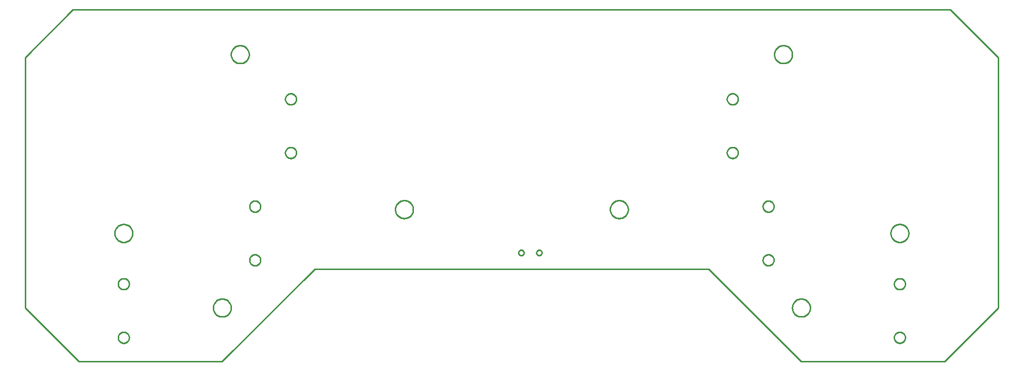
<source format=gbr>
G04 EAGLE Gerber RS-274X export*
G75*
%MOMM*%
%FSLAX34Y34*%
%LPD*%
%IN*%
%IPPOS*%
%AMOC8*
5,1,8,0,0,1.08239X$1,22.5*%
G01*
%ADD10C,0.254000*%


D10*
X-15000Y515000D02*
X75000Y425000D01*
X315000Y425000D01*
X470000Y580000D01*
X1130000Y580000D01*
X1285000Y425000D01*
X1525000Y425000D01*
X1615000Y515000D01*
X1615000Y935000D01*
X1535000Y1015000D01*
X65000Y1015000D01*
X-15000Y935000D01*
X-15000Y515000D01*
X1300000Y514464D02*
X1300000Y515536D01*
X1299924Y516604D01*
X1299771Y517665D01*
X1299543Y518712D01*
X1299241Y519740D01*
X1298867Y520744D01*
X1298422Y521719D01*
X1297908Y522659D01*
X1297329Y523560D01*
X1296687Y524418D01*
X1295985Y525228D01*
X1295228Y525985D01*
X1294418Y526687D01*
X1293560Y527329D01*
X1292659Y527908D01*
X1291719Y528422D01*
X1290744Y528867D01*
X1289740Y529241D01*
X1288712Y529543D01*
X1287665Y529771D01*
X1286604Y529924D01*
X1285536Y530000D01*
X1284464Y530000D01*
X1283396Y529924D01*
X1282335Y529771D01*
X1281288Y529543D01*
X1280260Y529241D01*
X1279256Y528867D01*
X1278281Y528422D01*
X1277341Y527908D01*
X1276440Y527329D01*
X1275582Y526687D01*
X1274772Y525985D01*
X1274015Y525228D01*
X1273313Y524418D01*
X1272671Y523560D01*
X1272092Y522659D01*
X1271578Y521719D01*
X1271133Y520744D01*
X1270759Y519740D01*
X1270457Y518712D01*
X1270229Y517665D01*
X1270076Y516604D01*
X1270000Y515536D01*
X1270000Y514464D01*
X1270076Y513396D01*
X1270229Y512335D01*
X1270457Y511288D01*
X1270759Y510260D01*
X1271133Y509256D01*
X1271578Y508281D01*
X1272092Y507341D01*
X1272671Y506440D01*
X1273313Y505582D01*
X1274015Y504772D01*
X1274772Y504015D01*
X1275582Y503313D01*
X1276440Y502671D01*
X1277341Y502092D01*
X1278281Y501578D01*
X1279256Y501133D01*
X1280260Y500759D01*
X1281288Y500457D01*
X1282335Y500229D01*
X1283396Y500076D01*
X1284464Y500000D01*
X1285536Y500000D01*
X1286604Y500076D01*
X1287665Y500229D01*
X1288712Y500457D01*
X1289740Y500759D01*
X1290744Y501133D01*
X1291719Y501578D01*
X1292659Y502092D01*
X1293560Y502671D01*
X1294418Y503313D01*
X1295228Y504015D01*
X1295985Y504772D01*
X1296687Y505582D01*
X1297329Y506440D01*
X1297908Y507341D01*
X1298422Y508281D01*
X1298867Y509256D01*
X1299241Y510260D01*
X1299543Y511288D01*
X1299771Y512335D01*
X1299924Y513396D01*
X1300000Y514464D01*
X330000Y514464D02*
X330000Y515536D01*
X329924Y516604D01*
X329771Y517665D01*
X329543Y518712D01*
X329241Y519740D01*
X328867Y520744D01*
X328422Y521719D01*
X327908Y522659D01*
X327329Y523560D01*
X326687Y524418D01*
X325985Y525228D01*
X325228Y525985D01*
X324418Y526687D01*
X323560Y527329D01*
X322659Y527908D01*
X321719Y528422D01*
X320744Y528867D01*
X319740Y529241D01*
X318712Y529543D01*
X317665Y529771D01*
X316604Y529924D01*
X315536Y530000D01*
X314464Y530000D01*
X313396Y529924D01*
X312335Y529771D01*
X311288Y529543D01*
X310260Y529241D01*
X309256Y528867D01*
X308281Y528422D01*
X307341Y527908D01*
X306440Y527329D01*
X305582Y526687D01*
X304772Y525985D01*
X304015Y525228D01*
X303313Y524418D01*
X302671Y523560D01*
X302092Y522659D01*
X301578Y521719D01*
X301133Y520744D01*
X300759Y519740D01*
X300457Y518712D01*
X300229Y517665D01*
X300076Y516604D01*
X300000Y515536D01*
X300000Y514464D01*
X300076Y513396D01*
X300229Y512335D01*
X300457Y511288D01*
X300759Y510260D01*
X301133Y509256D01*
X301578Y508281D01*
X302092Y507341D01*
X302671Y506440D01*
X303313Y505582D01*
X304015Y504772D01*
X304772Y504015D01*
X305582Y503313D01*
X306440Y502671D01*
X307341Y502092D01*
X308281Y501578D01*
X309256Y501133D01*
X310260Y500759D01*
X311288Y500457D01*
X312335Y500229D01*
X313396Y500076D01*
X314464Y500000D01*
X315536Y500000D01*
X316604Y500076D01*
X317665Y500229D01*
X318712Y500457D01*
X319740Y500759D01*
X320744Y501133D01*
X321719Y501578D01*
X322659Y502092D01*
X323560Y502671D01*
X324418Y503313D01*
X325228Y504015D01*
X325985Y504772D01*
X326687Y505582D01*
X327329Y506440D01*
X327908Y507341D01*
X328422Y508281D01*
X328867Y509256D01*
X329241Y510260D01*
X329543Y511288D01*
X329771Y512335D01*
X329924Y513396D01*
X330000Y514464D01*
X165000Y639464D02*
X165000Y640536D01*
X164924Y641604D01*
X164771Y642665D01*
X164543Y643712D01*
X164241Y644740D01*
X163867Y645744D01*
X163422Y646719D01*
X162908Y647659D01*
X162329Y648560D01*
X161687Y649418D01*
X160985Y650228D01*
X160228Y650985D01*
X159418Y651687D01*
X158560Y652329D01*
X157659Y652908D01*
X156719Y653422D01*
X155744Y653867D01*
X154740Y654241D01*
X153712Y654543D01*
X152665Y654771D01*
X151604Y654924D01*
X150536Y655000D01*
X149464Y655000D01*
X148396Y654924D01*
X147335Y654771D01*
X146288Y654543D01*
X145260Y654241D01*
X144256Y653867D01*
X143281Y653422D01*
X142341Y652908D01*
X141440Y652329D01*
X140582Y651687D01*
X139772Y650985D01*
X139015Y650228D01*
X138313Y649418D01*
X137671Y648560D01*
X137092Y647659D01*
X136578Y646719D01*
X136133Y645744D01*
X135759Y644740D01*
X135457Y643712D01*
X135229Y642665D01*
X135076Y641604D01*
X135000Y640536D01*
X135000Y639464D01*
X135076Y638396D01*
X135229Y637335D01*
X135457Y636288D01*
X135759Y635260D01*
X136133Y634256D01*
X136578Y633281D01*
X137092Y632341D01*
X137671Y631440D01*
X138313Y630582D01*
X139015Y629772D01*
X139772Y629015D01*
X140582Y628313D01*
X141440Y627671D01*
X142341Y627092D01*
X143281Y626578D01*
X144256Y626133D01*
X145260Y625759D01*
X146288Y625457D01*
X147335Y625229D01*
X148396Y625076D01*
X149464Y625000D01*
X150536Y625000D01*
X151604Y625076D01*
X152665Y625229D01*
X153712Y625457D01*
X154740Y625759D01*
X155744Y626133D01*
X156719Y626578D01*
X157659Y627092D01*
X158560Y627671D01*
X159418Y628313D01*
X160228Y629015D01*
X160985Y629772D01*
X161687Y630582D01*
X162329Y631440D01*
X162908Y632341D01*
X163422Y633281D01*
X163867Y634256D01*
X164241Y635260D01*
X164543Y636288D01*
X164771Y637335D01*
X164924Y638396D01*
X165000Y639464D01*
X1465000Y639464D02*
X1465000Y640536D01*
X1464924Y641604D01*
X1464771Y642665D01*
X1464543Y643712D01*
X1464241Y644740D01*
X1463867Y645744D01*
X1463422Y646719D01*
X1462908Y647659D01*
X1462329Y648560D01*
X1461687Y649418D01*
X1460985Y650228D01*
X1460228Y650985D01*
X1459418Y651687D01*
X1458560Y652329D01*
X1457659Y652908D01*
X1456719Y653422D01*
X1455744Y653867D01*
X1454740Y654241D01*
X1453712Y654543D01*
X1452665Y654771D01*
X1451604Y654924D01*
X1450536Y655000D01*
X1449464Y655000D01*
X1448396Y654924D01*
X1447335Y654771D01*
X1446288Y654543D01*
X1445260Y654241D01*
X1444256Y653867D01*
X1443281Y653422D01*
X1442341Y652908D01*
X1441440Y652329D01*
X1440582Y651687D01*
X1439772Y650985D01*
X1439015Y650228D01*
X1438313Y649418D01*
X1437671Y648560D01*
X1437092Y647659D01*
X1436578Y646719D01*
X1436133Y645744D01*
X1435759Y644740D01*
X1435457Y643712D01*
X1435229Y642665D01*
X1435076Y641604D01*
X1435000Y640536D01*
X1435000Y639464D01*
X1435076Y638396D01*
X1435229Y637335D01*
X1435457Y636288D01*
X1435759Y635260D01*
X1436133Y634256D01*
X1436578Y633281D01*
X1437092Y632341D01*
X1437671Y631440D01*
X1438313Y630582D01*
X1439015Y629772D01*
X1439772Y629015D01*
X1440582Y628313D01*
X1441440Y627671D01*
X1442341Y627092D01*
X1443281Y626578D01*
X1444256Y626133D01*
X1445260Y625759D01*
X1446288Y625457D01*
X1447335Y625229D01*
X1448396Y625076D01*
X1449464Y625000D01*
X1450536Y625000D01*
X1451604Y625076D01*
X1452665Y625229D01*
X1453712Y625457D01*
X1454740Y625759D01*
X1455744Y626133D01*
X1456719Y626578D01*
X1457659Y627092D01*
X1458560Y627671D01*
X1459418Y628313D01*
X1460228Y629015D01*
X1460985Y629772D01*
X1461687Y630582D01*
X1462329Y631440D01*
X1462908Y632341D01*
X1463422Y633281D01*
X1463867Y634256D01*
X1464241Y635260D01*
X1464543Y636288D01*
X1464771Y637335D01*
X1464924Y638396D01*
X1465000Y639464D01*
X635000Y679464D02*
X635000Y680536D01*
X634924Y681604D01*
X634771Y682665D01*
X634543Y683712D01*
X634241Y684740D01*
X633867Y685744D01*
X633422Y686719D01*
X632908Y687659D01*
X632329Y688560D01*
X631687Y689418D01*
X630985Y690228D01*
X630228Y690985D01*
X629418Y691687D01*
X628560Y692329D01*
X627659Y692908D01*
X626719Y693422D01*
X625744Y693867D01*
X624740Y694241D01*
X623712Y694543D01*
X622665Y694771D01*
X621604Y694924D01*
X620536Y695000D01*
X619464Y695000D01*
X618396Y694924D01*
X617335Y694771D01*
X616288Y694543D01*
X615260Y694241D01*
X614256Y693867D01*
X613281Y693422D01*
X612341Y692908D01*
X611440Y692329D01*
X610582Y691687D01*
X609772Y690985D01*
X609015Y690228D01*
X608313Y689418D01*
X607671Y688560D01*
X607092Y687659D01*
X606578Y686719D01*
X606133Y685744D01*
X605759Y684740D01*
X605457Y683712D01*
X605229Y682665D01*
X605076Y681604D01*
X605000Y680536D01*
X605000Y679464D01*
X605076Y678396D01*
X605229Y677335D01*
X605457Y676288D01*
X605759Y675260D01*
X606133Y674256D01*
X606578Y673281D01*
X607092Y672341D01*
X607671Y671440D01*
X608313Y670582D01*
X609015Y669772D01*
X609772Y669015D01*
X610582Y668313D01*
X611440Y667671D01*
X612341Y667092D01*
X613281Y666578D01*
X614256Y666133D01*
X615260Y665759D01*
X616288Y665457D01*
X617335Y665229D01*
X618396Y665076D01*
X619464Y665000D01*
X620536Y665000D01*
X621604Y665076D01*
X622665Y665229D01*
X623712Y665457D01*
X624740Y665759D01*
X625744Y666133D01*
X626719Y666578D01*
X627659Y667092D01*
X628560Y667671D01*
X629418Y668313D01*
X630228Y669015D01*
X630985Y669772D01*
X631687Y670582D01*
X632329Y671440D01*
X632908Y672341D01*
X633422Y673281D01*
X633867Y674256D01*
X634241Y675260D01*
X634543Y676288D01*
X634771Y677335D01*
X634924Y678396D01*
X635000Y679464D01*
X995000Y679464D02*
X995000Y680536D01*
X994924Y681604D01*
X994771Y682665D01*
X994543Y683712D01*
X994241Y684740D01*
X993867Y685744D01*
X993422Y686719D01*
X992908Y687659D01*
X992329Y688560D01*
X991687Y689418D01*
X990985Y690228D01*
X990228Y690985D01*
X989418Y691687D01*
X988560Y692329D01*
X987659Y692908D01*
X986719Y693422D01*
X985744Y693867D01*
X984740Y694241D01*
X983712Y694543D01*
X982665Y694771D01*
X981604Y694924D01*
X980536Y695000D01*
X979464Y695000D01*
X978396Y694924D01*
X977335Y694771D01*
X976288Y694543D01*
X975260Y694241D01*
X974256Y693867D01*
X973281Y693422D01*
X972341Y692908D01*
X971440Y692329D01*
X970582Y691687D01*
X969772Y690985D01*
X969015Y690228D01*
X968313Y689418D01*
X967671Y688560D01*
X967092Y687659D01*
X966578Y686719D01*
X966133Y685744D01*
X965759Y684740D01*
X965457Y683712D01*
X965229Y682665D01*
X965076Y681604D01*
X965000Y680536D01*
X965000Y679464D01*
X965076Y678396D01*
X965229Y677335D01*
X965457Y676288D01*
X965759Y675260D01*
X966133Y674256D01*
X966578Y673281D01*
X967092Y672341D01*
X967671Y671440D01*
X968313Y670582D01*
X969015Y669772D01*
X969772Y669015D01*
X970582Y668313D01*
X971440Y667671D01*
X972341Y667092D01*
X973281Y666578D01*
X974256Y666133D01*
X975260Y665759D01*
X976288Y665457D01*
X977335Y665229D01*
X978396Y665076D01*
X979464Y665000D01*
X980536Y665000D01*
X981604Y665076D01*
X982665Y665229D01*
X983712Y665457D01*
X984740Y665759D01*
X985744Y666133D01*
X986719Y666578D01*
X987659Y667092D01*
X988560Y667671D01*
X989418Y668313D01*
X990228Y669015D01*
X990985Y669772D01*
X991687Y670582D01*
X992329Y671440D01*
X992908Y672341D01*
X993422Y673281D01*
X993867Y674256D01*
X994241Y675260D01*
X994543Y676288D01*
X994771Y677335D01*
X994924Y678396D01*
X995000Y679464D01*
X1270000Y939464D02*
X1270000Y940536D01*
X1269924Y941604D01*
X1269771Y942665D01*
X1269543Y943712D01*
X1269241Y944740D01*
X1268867Y945744D01*
X1268422Y946719D01*
X1267908Y947659D01*
X1267329Y948560D01*
X1266687Y949418D01*
X1265985Y950228D01*
X1265228Y950985D01*
X1264418Y951687D01*
X1263560Y952329D01*
X1262659Y952908D01*
X1261719Y953422D01*
X1260744Y953867D01*
X1259740Y954241D01*
X1258712Y954543D01*
X1257665Y954771D01*
X1256604Y954924D01*
X1255536Y955000D01*
X1254464Y955000D01*
X1253396Y954924D01*
X1252335Y954771D01*
X1251288Y954543D01*
X1250260Y954241D01*
X1249256Y953867D01*
X1248281Y953422D01*
X1247341Y952908D01*
X1246440Y952329D01*
X1245582Y951687D01*
X1244772Y950985D01*
X1244015Y950228D01*
X1243313Y949418D01*
X1242671Y948560D01*
X1242092Y947659D01*
X1241578Y946719D01*
X1241133Y945744D01*
X1240759Y944740D01*
X1240457Y943712D01*
X1240229Y942665D01*
X1240076Y941604D01*
X1240000Y940536D01*
X1240000Y939464D01*
X1240076Y938396D01*
X1240229Y937335D01*
X1240457Y936288D01*
X1240759Y935260D01*
X1241133Y934256D01*
X1241578Y933281D01*
X1242092Y932341D01*
X1242671Y931440D01*
X1243313Y930582D01*
X1244015Y929772D01*
X1244772Y929015D01*
X1245582Y928313D01*
X1246440Y927671D01*
X1247341Y927092D01*
X1248281Y926578D01*
X1249256Y926133D01*
X1250260Y925759D01*
X1251288Y925457D01*
X1252335Y925229D01*
X1253396Y925076D01*
X1254464Y925000D01*
X1255536Y925000D01*
X1256604Y925076D01*
X1257665Y925229D01*
X1258712Y925457D01*
X1259740Y925759D01*
X1260744Y926133D01*
X1261719Y926578D01*
X1262659Y927092D01*
X1263560Y927671D01*
X1264418Y928313D01*
X1265228Y929015D01*
X1265985Y929772D01*
X1266687Y930582D01*
X1267329Y931440D01*
X1267908Y932341D01*
X1268422Y933281D01*
X1268867Y934256D01*
X1269241Y935260D01*
X1269543Y936288D01*
X1269771Y937335D01*
X1269924Y938396D01*
X1270000Y939464D01*
X360000Y939464D02*
X360000Y940536D01*
X359924Y941604D01*
X359771Y942665D01*
X359543Y943712D01*
X359241Y944740D01*
X358867Y945744D01*
X358422Y946719D01*
X357908Y947659D01*
X357329Y948560D01*
X356687Y949418D01*
X355985Y950228D01*
X355228Y950985D01*
X354418Y951687D01*
X353560Y952329D01*
X352659Y952908D01*
X351719Y953422D01*
X350744Y953867D01*
X349740Y954241D01*
X348712Y954543D01*
X347665Y954771D01*
X346604Y954924D01*
X345536Y955000D01*
X344464Y955000D01*
X343396Y954924D01*
X342335Y954771D01*
X341288Y954543D01*
X340260Y954241D01*
X339256Y953867D01*
X338281Y953422D01*
X337341Y952908D01*
X336440Y952329D01*
X335582Y951687D01*
X334772Y950985D01*
X334015Y950228D01*
X333313Y949418D01*
X332671Y948560D01*
X332092Y947659D01*
X331578Y946719D01*
X331133Y945744D01*
X330759Y944740D01*
X330457Y943712D01*
X330229Y942665D01*
X330076Y941604D01*
X330000Y940536D01*
X330000Y939464D01*
X330076Y938396D01*
X330229Y937335D01*
X330457Y936288D01*
X330759Y935260D01*
X331133Y934256D01*
X331578Y933281D01*
X332092Y932341D01*
X332671Y931440D01*
X333313Y930582D01*
X334015Y929772D01*
X334772Y929015D01*
X335582Y928313D01*
X336440Y927671D01*
X337341Y927092D01*
X338281Y926578D01*
X339256Y926133D01*
X340260Y925759D01*
X341288Y925457D01*
X342335Y925229D01*
X343396Y925076D01*
X344464Y925000D01*
X345536Y925000D01*
X346604Y925076D01*
X347665Y925229D01*
X348712Y925457D01*
X349740Y925759D01*
X350744Y926133D01*
X351719Y926578D01*
X352659Y927092D01*
X353560Y927671D01*
X354418Y928313D01*
X355228Y929015D01*
X355985Y929772D01*
X356687Y930582D01*
X357329Y931440D01*
X357908Y932341D01*
X358422Y933281D01*
X358867Y934256D01*
X359241Y935260D01*
X359543Y936288D01*
X359771Y937335D01*
X359924Y938396D01*
X360000Y939464D01*
X841500Y607105D02*
X841577Y606520D01*
X841730Y605950D01*
X841955Y605405D01*
X842250Y604895D01*
X842609Y604427D01*
X843027Y604009D01*
X843495Y603650D01*
X844005Y603355D01*
X844550Y603130D01*
X845120Y602977D01*
X845705Y602900D01*
X846295Y602900D01*
X846880Y602977D01*
X847450Y603130D01*
X847995Y603355D01*
X848505Y603650D01*
X848973Y604009D01*
X849391Y604427D01*
X849750Y604895D01*
X850045Y605405D01*
X850270Y605950D01*
X850423Y606520D01*
X850500Y607105D01*
X850500Y607695D01*
X850423Y608280D01*
X850270Y608850D01*
X850045Y609395D01*
X849750Y609905D01*
X849391Y610373D01*
X848973Y610791D01*
X848505Y611150D01*
X847995Y611445D01*
X847450Y611670D01*
X846880Y611823D01*
X846295Y611900D01*
X845705Y611900D01*
X845120Y611823D01*
X844550Y611670D01*
X844005Y611445D01*
X843495Y611150D01*
X843027Y610791D01*
X842609Y610373D01*
X842250Y609905D01*
X841955Y609395D01*
X841730Y608850D01*
X841577Y608280D01*
X841500Y607695D01*
X841500Y607105D01*
X811500Y607105D02*
X811577Y606520D01*
X811730Y605950D01*
X811955Y605405D01*
X812250Y604895D01*
X812609Y604427D01*
X813027Y604009D01*
X813495Y603650D01*
X814005Y603355D01*
X814550Y603130D01*
X815120Y602977D01*
X815705Y602900D01*
X816295Y602900D01*
X816880Y602977D01*
X817450Y603130D01*
X817995Y603355D01*
X818505Y603650D01*
X818973Y604009D01*
X819391Y604427D01*
X819750Y604895D01*
X820045Y605405D01*
X820270Y605950D01*
X820423Y606520D01*
X820500Y607105D01*
X820500Y607695D01*
X820423Y608280D01*
X820270Y608850D01*
X820045Y609395D01*
X819750Y609905D01*
X819391Y610373D01*
X818973Y610791D01*
X818505Y611150D01*
X817995Y611445D01*
X817450Y611670D01*
X816880Y611823D01*
X816295Y611900D01*
X815705Y611900D01*
X815120Y611823D01*
X814550Y611670D01*
X814005Y611445D01*
X813495Y611150D01*
X813027Y610791D01*
X812609Y610373D01*
X812250Y609905D01*
X811955Y609395D01*
X811730Y608850D01*
X811577Y608280D01*
X811500Y607695D01*
X811500Y607105D01*
X159250Y554596D02*
X159180Y553791D01*
X159039Y552996D01*
X158830Y552216D01*
X158554Y551457D01*
X158213Y550725D01*
X157809Y550025D01*
X157346Y549364D01*
X156826Y548745D01*
X156255Y548174D01*
X155636Y547655D01*
X154975Y547191D01*
X154275Y546787D01*
X153543Y546446D01*
X152784Y546170D01*
X152004Y545961D01*
X151209Y545820D01*
X150404Y545750D01*
X149596Y545750D01*
X148791Y545820D01*
X147996Y545961D01*
X147216Y546170D01*
X146457Y546446D01*
X145725Y546787D01*
X145025Y547191D01*
X144364Y547655D01*
X143745Y548174D01*
X143174Y548745D01*
X142655Y549364D01*
X142191Y550025D01*
X141787Y550725D01*
X141446Y551457D01*
X141170Y552216D01*
X140961Y552996D01*
X140820Y553791D01*
X140750Y554596D01*
X140750Y555404D01*
X140820Y556209D01*
X140961Y557004D01*
X141170Y557784D01*
X141446Y558543D01*
X141787Y559275D01*
X142191Y559975D01*
X142655Y560636D01*
X143174Y561255D01*
X143745Y561826D01*
X144364Y562346D01*
X145025Y562809D01*
X145725Y563213D01*
X146457Y563554D01*
X147216Y563830D01*
X147996Y564039D01*
X148791Y564180D01*
X149596Y564250D01*
X150404Y564250D01*
X151209Y564180D01*
X152004Y564039D01*
X152784Y563830D01*
X153543Y563554D01*
X154275Y563213D01*
X154975Y562809D01*
X155636Y562346D01*
X156255Y561826D01*
X156826Y561255D01*
X157346Y560636D01*
X157809Y559975D01*
X158213Y559275D01*
X158554Y558543D01*
X158830Y557784D01*
X159039Y557004D01*
X159180Y556209D01*
X159250Y555404D01*
X159250Y554596D01*
X159250Y464596D02*
X159180Y463791D01*
X159039Y462996D01*
X158830Y462216D01*
X158554Y461457D01*
X158213Y460725D01*
X157809Y460025D01*
X157346Y459364D01*
X156826Y458745D01*
X156255Y458174D01*
X155636Y457655D01*
X154975Y457191D01*
X154275Y456787D01*
X153543Y456446D01*
X152784Y456170D01*
X152004Y455961D01*
X151209Y455820D01*
X150404Y455750D01*
X149596Y455750D01*
X148791Y455820D01*
X147996Y455961D01*
X147216Y456170D01*
X146457Y456446D01*
X145725Y456787D01*
X145025Y457191D01*
X144364Y457655D01*
X143745Y458174D01*
X143174Y458745D01*
X142655Y459364D01*
X142191Y460025D01*
X141787Y460725D01*
X141446Y461457D01*
X141170Y462216D01*
X140961Y462996D01*
X140820Y463791D01*
X140750Y464596D01*
X140750Y465404D01*
X140820Y466209D01*
X140961Y467004D01*
X141170Y467784D01*
X141446Y468543D01*
X141787Y469275D01*
X142191Y469975D01*
X142655Y470636D01*
X143174Y471255D01*
X143745Y471826D01*
X144364Y472346D01*
X145025Y472809D01*
X145725Y473213D01*
X146457Y473554D01*
X147216Y473830D01*
X147996Y474039D01*
X148791Y474180D01*
X149596Y474250D01*
X150404Y474250D01*
X151209Y474180D01*
X152004Y474039D01*
X152784Y473830D01*
X153543Y473554D01*
X154275Y473213D01*
X154975Y472809D01*
X155636Y472346D01*
X156255Y471826D01*
X156826Y471255D01*
X157346Y470636D01*
X157809Y469975D01*
X158213Y469275D01*
X158554Y468543D01*
X158830Y467784D01*
X159039Y467004D01*
X159180Y466209D01*
X159250Y465404D01*
X159250Y464596D01*
X1179250Y864596D02*
X1179180Y863791D01*
X1179039Y862996D01*
X1178830Y862216D01*
X1178554Y861457D01*
X1178213Y860725D01*
X1177809Y860025D01*
X1177346Y859364D01*
X1176826Y858745D01*
X1176255Y858174D01*
X1175636Y857655D01*
X1174975Y857191D01*
X1174275Y856787D01*
X1173543Y856446D01*
X1172784Y856170D01*
X1172004Y855961D01*
X1171209Y855820D01*
X1170404Y855750D01*
X1169596Y855750D01*
X1168791Y855820D01*
X1167996Y855961D01*
X1167216Y856170D01*
X1166457Y856446D01*
X1165725Y856787D01*
X1165025Y857191D01*
X1164364Y857655D01*
X1163745Y858174D01*
X1163174Y858745D01*
X1162655Y859364D01*
X1162191Y860025D01*
X1161787Y860725D01*
X1161446Y861457D01*
X1161170Y862216D01*
X1160961Y862996D01*
X1160820Y863791D01*
X1160750Y864596D01*
X1160750Y865404D01*
X1160820Y866209D01*
X1160961Y867004D01*
X1161170Y867784D01*
X1161446Y868543D01*
X1161787Y869275D01*
X1162191Y869975D01*
X1162655Y870636D01*
X1163174Y871255D01*
X1163745Y871826D01*
X1164364Y872346D01*
X1165025Y872809D01*
X1165725Y873213D01*
X1166457Y873554D01*
X1167216Y873830D01*
X1167996Y874039D01*
X1168791Y874180D01*
X1169596Y874250D01*
X1170404Y874250D01*
X1171209Y874180D01*
X1172004Y874039D01*
X1172784Y873830D01*
X1173543Y873554D01*
X1174275Y873213D01*
X1174975Y872809D01*
X1175636Y872346D01*
X1176255Y871826D01*
X1176826Y871255D01*
X1177346Y870636D01*
X1177809Y869975D01*
X1178213Y869275D01*
X1178554Y868543D01*
X1178830Y867784D01*
X1179039Y867004D01*
X1179180Y866209D01*
X1179250Y865404D01*
X1179250Y864596D01*
X1179250Y774596D02*
X1179180Y773791D01*
X1179039Y772996D01*
X1178830Y772216D01*
X1178554Y771457D01*
X1178213Y770725D01*
X1177809Y770025D01*
X1177346Y769364D01*
X1176826Y768745D01*
X1176255Y768174D01*
X1175636Y767655D01*
X1174975Y767191D01*
X1174275Y766787D01*
X1173543Y766446D01*
X1172784Y766170D01*
X1172004Y765961D01*
X1171209Y765820D01*
X1170404Y765750D01*
X1169596Y765750D01*
X1168791Y765820D01*
X1167996Y765961D01*
X1167216Y766170D01*
X1166457Y766446D01*
X1165725Y766787D01*
X1165025Y767191D01*
X1164364Y767655D01*
X1163745Y768174D01*
X1163174Y768745D01*
X1162655Y769364D01*
X1162191Y770025D01*
X1161787Y770725D01*
X1161446Y771457D01*
X1161170Y772216D01*
X1160961Y772996D01*
X1160820Y773791D01*
X1160750Y774596D01*
X1160750Y775404D01*
X1160820Y776209D01*
X1160961Y777004D01*
X1161170Y777784D01*
X1161446Y778543D01*
X1161787Y779275D01*
X1162191Y779975D01*
X1162655Y780636D01*
X1163174Y781255D01*
X1163745Y781826D01*
X1164364Y782346D01*
X1165025Y782809D01*
X1165725Y783213D01*
X1166457Y783554D01*
X1167216Y783830D01*
X1167996Y784039D01*
X1168791Y784180D01*
X1169596Y784250D01*
X1170404Y784250D01*
X1171209Y784180D01*
X1172004Y784039D01*
X1172784Y783830D01*
X1173543Y783554D01*
X1174275Y783213D01*
X1174975Y782809D01*
X1175636Y782346D01*
X1176255Y781826D01*
X1176826Y781255D01*
X1177346Y780636D01*
X1177809Y779975D01*
X1178213Y779275D01*
X1178554Y778543D01*
X1178830Y777784D01*
X1179039Y777004D01*
X1179180Y776209D01*
X1179250Y775404D01*
X1179250Y774596D01*
X1239250Y684596D02*
X1239180Y683791D01*
X1239039Y682996D01*
X1238830Y682216D01*
X1238554Y681457D01*
X1238213Y680725D01*
X1237809Y680025D01*
X1237346Y679364D01*
X1236826Y678745D01*
X1236255Y678174D01*
X1235636Y677655D01*
X1234975Y677191D01*
X1234275Y676787D01*
X1233543Y676446D01*
X1232784Y676170D01*
X1232004Y675961D01*
X1231209Y675820D01*
X1230404Y675750D01*
X1229596Y675750D01*
X1228791Y675820D01*
X1227996Y675961D01*
X1227216Y676170D01*
X1226457Y676446D01*
X1225725Y676787D01*
X1225025Y677191D01*
X1224364Y677655D01*
X1223745Y678174D01*
X1223174Y678745D01*
X1222655Y679364D01*
X1222191Y680025D01*
X1221787Y680725D01*
X1221446Y681457D01*
X1221170Y682216D01*
X1220961Y682996D01*
X1220820Y683791D01*
X1220750Y684596D01*
X1220750Y685404D01*
X1220820Y686209D01*
X1220961Y687004D01*
X1221170Y687784D01*
X1221446Y688543D01*
X1221787Y689275D01*
X1222191Y689975D01*
X1222655Y690636D01*
X1223174Y691255D01*
X1223745Y691826D01*
X1224364Y692346D01*
X1225025Y692809D01*
X1225725Y693213D01*
X1226457Y693554D01*
X1227216Y693830D01*
X1227996Y694039D01*
X1228791Y694180D01*
X1229596Y694250D01*
X1230404Y694250D01*
X1231209Y694180D01*
X1232004Y694039D01*
X1232784Y693830D01*
X1233543Y693554D01*
X1234275Y693213D01*
X1234975Y692809D01*
X1235636Y692346D01*
X1236255Y691826D01*
X1236826Y691255D01*
X1237346Y690636D01*
X1237809Y689975D01*
X1238213Y689275D01*
X1238554Y688543D01*
X1238830Y687784D01*
X1239039Y687004D01*
X1239180Y686209D01*
X1239250Y685404D01*
X1239250Y684596D01*
X1239250Y594596D02*
X1239180Y593791D01*
X1239039Y592996D01*
X1238830Y592216D01*
X1238554Y591457D01*
X1238213Y590725D01*
X1237809Y590025D01*
X1237346Y589364D01*
X1236826Y588745D01*
X1236255Y588174D01*
X1235636Y587655D01*
X1234975Y587191D01*
X1234275Y586787D01*
X1233543Y586446D01*
X1232784Y586170D01*
X1232004Y585961D01*
X1231209Y585820D01*
X1230404Y585750D01*
X1229596Y585750D01*
X1228791Y585820D01*
X1227996Y585961D01*
X1227216Y586170D01*
X1226457Y586446D01*
X1225725Y586787D01*
X1225025Y587191D01*
X1224364Y587655D01*
X1223745Y588174D01*
X1223174Y588745D01*
X1222655Y589364D01*
X1222191Y590025D01*
X1221787Y590725D01*
X1221446Y591457D01*
X1221170Y592216D01*
X1220961Y592996D01*
X1220820Y593791D01*
X1220750Y594596D01*
X1220750Y595404D01*
X1220820Y596209D01*
X1220961Y597004D01*
X1221170Y597784D01*
X1221446Y598543D01*
X1221787Y599275D01*
X1222191Y599975D01*
X1222655Y600636D01*
X1223174Y601255D01*
X1223745Y601826D01*
X1224364Y602346D01*
X1225025Y602809D01*
X1225725Y603213D01*
X1226457Y603554D01*
X1227216Y603830D01*
X1227996Y604039D01*
X1228791Y604180D01*
X1229596Y604250D01*
X1230404Y604250D01*
X1231209Y604180D01*
X1232004Y604039D01*
X1232784Y603830D01*
X1233543Y603554D01*
X1234275Y603213D01*
X1234975Y602809D01*
X1235636Y602346D01*
X1236255Y601826D01*
X1236826Y601255D01*
X1237346Y600636D01*
X1237809Y599975D01*
X1238213Y599275D01*
X1238554Y598543D01*
X1238830Y597784D01*
X1239039Y597004D01*
X1239180Y596209D01*
X1239250Y595404D01*
X1239250Y594596D01*
X1459250Y554596D02*
X1459180Y553791D01*
X1459039Y552996D01*
X1458830Y552216D01*
X1458554Y551457D01*
X1458213Y550725D01*
X1457809Y550025D01*
X1457346Y549364D01*
X1456826Y548745D01*
X1456255Y548174D01*
X1455636Y547655D01*
X1454975Y547191D01*
X1454275Y546787D01*
X1453543Y546446D01*
X1452784Y546170D01*
X1452004Y545961D01*
X1451209Y545820D01*
X1450404Y545750D01*
X1449596Y545750D01*
X1448791Y545820D01*
X1447996Y545961D01*
X1447216Y546170D01*
X1446457Y546446D01*
X1445725Y546787D01*
X1445025Y547191D01*
X1444364Y547655D01*
X1443745Y548174D01*
X1443174Y548745D01*
X1442655Y549364D01*
X1442191Y550025D01*
X1441787Y550725D01*
X1441446Y551457D01*
X1441170Y552216D01*
X1440961Y552996D01*
X1440820Y553791D01*
X1440750Y554596D01*
X1440750Y555404D01*
X1440820Y556209D01*
X1440961Y557004D01*
X1441170Y557784D01*
X1441446Y558543D01*
X1441787Y559275D01*
X1442191Y559975D01*
X1442655Y560636D01*
X1443174Y561255D01*
X1443745Y561826D01*
X1444364Y562346D01*
X1445025Y562809D01*
X1445725Y563213D01*
X1446457Y563554D01*
X1447216Y563830D01*
X1447996Y564039D01*
X1448791Y564180D01*
X1449596Y564250D01*
X1450404Y564250D01*
X1451209Y564180D01*
X1452004Y564039D01*
X1452784Y563830D01*
X1453543Y563554D01*
X1454275Y563213D01*
X1454975Y562809D01*
X1455636Y562346D01*
X1456255Y561826D01*
X1456826Y561255D01*
X1457346Y560636D01*
X1457809Y559975D01*
X1458213Y559275D01*
X1458554Y558543D01*
X1458830Y557784D01*
X1459039Y557004D01*
X1459180Y556209D01*
X1459250Y555404D01*
X1459250Y554596D01*
X1459250Y464596D02*
X1459180Y463791D01*
X1459039Y462996D01*
X1458830Y462216D01*
X1458554Y461457D01*
X1458213Y460725D01*
X1457809Y460025D01*
X1457346Y459364D01*
X1456826Y458745D01*
X1456255Y458174D01*
X1455636Y457655D01*
X1454975Y457191D01*
X1454275Y456787D01*
X1453543Y456446D01*
X1452784Y456170D01*
X1452004Y455961D01*
X1451209Y455820D01*
X1450404Y455750D01*
X1449596Y455750D01*
X1448791Y455820D01*
X1447996Y455961D01*
X1447216Y456170D01*
X1446457Y456446D01*
X1445725Y456787D01*
X1445025Y457191D01*
X1444364Y457655D01*
X1443745Y458174D01*
X1443174Y458745D01*
X1442655Y459364D01*
X1442191Y460025D01*
X1441787Y460725D01*
X1441446Y461457D01*
X1441170Y462216D01*
X1440961Y462996D01*
X1440820Y463791D01*
X1440750Y464596D01*
X1440750Y465404D01*
X1440820Y466209D01*
X1440961Y467004D01*
X1441170Y467784D01*
X1441446Y468543D01*
X1441787Y469275D01*
X1442191Y469975D01*
X1442655Y470636D01*
X1443174Y471255D01*
X1443745Y471826D01*
X1444364Y472346D01*
X1445025Y472809D01*
X1445725Y473213D01*
X1446457Y473554D01*
X1447216Y473830D01*
X1447996Y474039D01*
X1448791Y474180D01*
X1449596Y474250D01*
X1450404Y474250D01*
X1451209Y474180D01*
X1452004Y474039D01*
X1452784Y473830D01*
X1453543Y473554D01*
X1454275Y473213D01*
X1454975Y472809D01*
X1455636Y472346D01*
X1456255Y471826D01*
X1456826Y471255D01*
X1457346Y470636D01*
X1457809Y469975D01*
X1458213Y469275D01*
X1458554Y468543D01*
X1458830Y467784D01*
X1459039Y467004D01*
X1459180Y466209D01*
X1459250Y465404D01*
X1459250Y464596D01*
X379250Y684596D02*
X379180Y683791D01*
X379039Y682996D01*
X378830Y682216D01*
X378554Y681457D01*
X378213Y680725D01*
X377809Y680025D01*
X377346Y679364D01*
X376826Y678745D01*
X376255Y678174D01*
X375636Y677655D01*
X374975Y677191D01*
X374275Y676787D01*
X373543Y676446D01*
X372784Y676170D01*
X372004Y675961D01*
X371209Y675820D01*
X370404Y675750D01*
X369596Y675750D01*
X368791Y675820D01*
X367996Y675961D01*
X367216Y676170D01*
X366457Y676446D01*
X365725Y676787D01*
X365025Y677191D01*
X364364Y677655D01*
X363745Y678174D01*
X363174Y678745D01*
X362655Y679364D01*
X362191Y680025D01*
X361787Y680725D01*
X361446Y681457D01*
X361170Y682216D01*
X360961Y682996D01*
X360820Y683791D01*
X360750Y684596D01*
X360750Y685404D01*
X360820Y686209D01*
X360961Y687004D01*
X361170Y687784D01*
X361446Y688543D01*
X361787Y689275D01*
X362191Y689975D01*
X362655Y690636D01*
X363174Y691255D01*
X363745Y691826D01*
X364364Y692346D01*
X365025Y692809D01*
X365725Y693213D01*
X366457Y693554D01*
X367216Y693830D01*
X367996Y694039D01*
X368791Y694180D01*
X369596Y694250D01*
X370404Y694250D01*
X371209Y694180D01*
X372004Y694039D01*
X372784Y693830D01*
X373543Y693554D01*
X374275Y693213D01*
X374975Y692809D01*
X375636Y692346D01*
X376255Y691826D01*
X376826Y691255D01*
X377346Y690636D01*
X377809Y689975D01*
X378213Y689275D01*
X378554Y688543D01*
X378830Y687784D01*
X379039Y687004D01*
X379180Y686209D01*
X379250Y685404D01*
X379250Y684596D01*
X379250Y594596D02*
X379180Y593791D01*
X379039Y592996D01*
X378830Y592216D01*
X378554Y591457D01*
X378213Y590725D01*
X377809Y590025D01*
X377346Y589364D01*
X376826Y588745D01*
X376255Y588174D01*
X375636Y587655D01*
X374975Y587191D01*
X374275Y586787D01*
X373543Y586446D01*
X372784Y586170D01*
X372004Y585961D01*
X371209Y585820D01*
X370404Y585750D01*
X369596Y585750D01*
X368791Y585820D01*
X367996Y585961D01*
X367216Y586170D01*
X366457Y586446D01*
X365725Y586787D01*
X365025Y587191D01*
X364364Y587655D01*
X363745Y588174D01*
X363174Y588745D01*
X362655Y589364D01*
X362191Y590025D01*
X361787Y590725D01*
X361446Y591457D01*
X361170Y592216D01*
X360961Y592996D01*
X360820Y593791D01*
X360750Y594596D01*
X360750Y595404D01*
X360820Y596209D01*
X360961Y597004D01*
X361170Y597784D01*
X361446Y598543D01*
X361787Y599275D01*
X362191Y599975D01*
X362655Y600636D01*
X363174Y601255D01*
X363745Y601826D01*
X364364Y602346D01*
X365025Y602809D01*
X365725Y603213D01*
X366457Y603554D01*
X367216Y603830D01*
X367996Y604039D01*
X368791Y604180D01*
X369596Y604250D01*
X370404Y604250D01*
X371209Y604180D01*
X372004Y604039D01*
X372784Y603830D01*
X373543Y603554D01*
X374275Y603213D01*
X374975Y602809D01*
X375636Y602346D01*
X376255Y601826D01*
X376826Y601255D01*
X377346Y600636D01*
X377809Y599975D01*
X378213Y599275D01*
X378554Y598543D01*
X378830Y597784D01*
X379039Y597004D01*
X379180Y596209D01*
X379250Y595404D01*
X379250Y594596D01*
X439250Y864596D02*
X439180Y863791D01*
X439039Y862996D01*
X438830Y862216D01*
X438554Y861457D01*
X438213Y860725D01*
X437809Y860025D01*
X437346Y859364D01*
X436826Y858745D01*
X436255Y858174D01*
X435636Y857655D01*
X434975Y857191D01*
X434275Y856787D01*
X433543Y856446D01*
X432784Y856170D01*
X432004Y855961D01*
X431209Y855820D01*
X430404Y855750D01*
X429596Y855750D01*
X428791Y855820D01*
X427996Y855961D01*
X427216Y856170D01*
X426457Y856446D01*
X425725Y856787D01*
X425025Y857191D01*
X424364Y857655D01*
X423745Y858174D01*
X423174Y858745D01*
X422655Y859364D01*
X422191Y860025D01*
X421787Y860725D01*
X421446Y861457D01*
X421170Y862216D01*
X420961Y862996D01*
X420820Y863791D01*
X420750Y864596D01*
X420750Y865404D01*
X420820Y866209D01*
X420961Y867004D01*
X421170Y867784D01*
X421446Y868543D01*
X421787Y869275D01*
X422191Y869975D01*
X422655Y870636D01*
X423174Y871255D01*
X423745Y871826D01*
X424364Y872346D01*
X425025Y872809D01*
X425725Y873213D01*
X426457Y873554D01*
X427216Y873830D01*
X427996Y874039D01*
X428791Y874180D01*
X429596Y874250D01*
X430404Y874250D01*
X431209Y874180D01*
X432004Y874039D01*
X432784Y873830D01*
X433543Y873554D01*
X434275Y873213D01*
X434975Y872809D01*
X435636Y872346D01*
X436255Y871826D01*
X436826Y871255D01*
X437346Y870636D01*
X437809Y869975D01*
X438213Y869275D01*
X438554Y868543D01*
X438830Y867784D01*
X439039Y867004D01*
X439180Y866209D01*
X439250Y865404D01*
X439250Y864596D01*
X439250Y774596D02*
X439180Y773791D01*
X439039Y772996D01*
X438830Y772216D01*
X438554Y771457D01*
X438213Y770725D01*
X437809Y770025D01*
X437346Y769364D01*
X436826Y768745D01*
X436255Y768174D01*
X435636Y767655D01*
X434975Y767191D01*
X434275Y766787D01*
X433543Y766446D01*
X432784Y766170D01*
X432004Y765961D01*
X431209Y765820D01*
X430404Y765750D01*
X429596Y765750D01*
X428791Y765820D01*
X427996Y765961D01*
X427216Y766170D01*
X426457Y766446D01*
X425725Y766787D01*
X425025Y767191D01*
X424364Y767655D01*
X423745Y768174D01*
X423174Y768745D01*
X422655Y769364D01*
X422191Y770025D01*
X421787Y770725D01*
X421446Y771457D01*
X421170Y772216D01*
X420961Y772996D01*
X420820Y773791D01*
X420750Y774596D01*
X420750Y775404D01*
X420820Y776209D01*
X420961Y777004D01*
X421170Y777784D01*
X421446Y778543D01*
X421787Y779275D01*
X422191Y779975D01*
X422655Y780636D01*
X423174Y781255D01*
X423745Y781826D01*
X424364Y782346D01*
X425025Y782809D01*
X425725Y783213D01*
X426457Y783554D01*
X427216Y783830D01*
X427996Y784039D01*
X428791Y784180D01*
X429596Y784250D01*
X430404Y784250D01*
X431209Y784180D01*
X432004Y784039D01*
X432784Y783830D01*
X433543Y783554D01*
X434275Y783213D01*
X434975Y782809D01*
X435636Y782346D01*
X436255Y781826D01*
X436826Y781255D01*
X437346Y780636D01*
X437809Y779975D01*
X438213Y779275D01*
X438554Y778543D01*
X438830Y777784D01*
X439039Y777004D01*
X439180Y776209D01*
X439250Y775404D01*
X439250Y774596D01*
M02*

</source>
